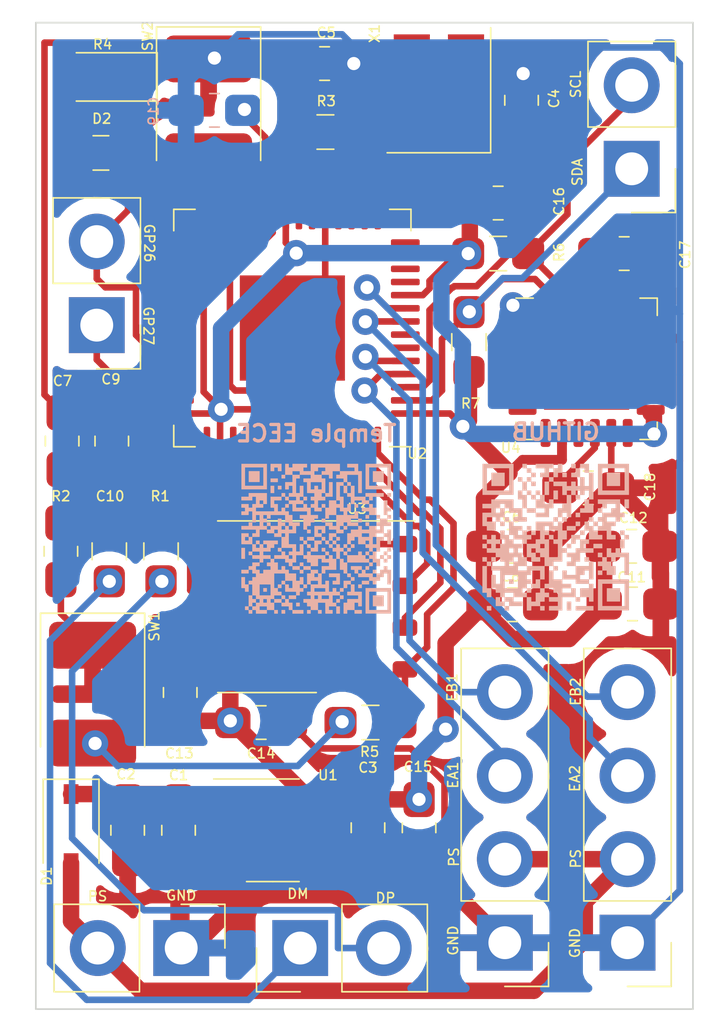
<source format=kicad_pcb>
(kicad_pcb (version 20211014) (generator pcbnew)
  (layers (0 "F.Cu" signal) (31 "B.Cu" signal) (34 "B.Paste" user) (35 "F.Paste" user) (36 "B.SilkS" user "B.Silkscreen") (37 "F.SilkS" user "F.Silkscreen") (38 "B.Mask" user) (39 "F.Mask" user) (44 "Edge.Cuts" user))
  (net 0 "")
  (net 1 "VSYS")
  (net 2 "GND")
  (net 3 "V3.3")
  (net 4 "PS")
  (net 5 "Net-(D2-Pad2)")
  (net 6 "EB1")
  (net 7 "EA1")
  (net 8 "EB2")
  (net 9 "EA2")
  (net 10 "SDA")
  (net 11 "SCL")
  (net 12 "DP")
  (net 13 "DM")
  (net 14 "QSPI_SS")
  (net 15 "Net-(R5-Pad2)")
  (net 16 "Net-(SW2-Pad2)")
  (net 17 "QSPI_SD1")
  (net 18 "QSPI_SD2")
  (net 19 "QSPI_SD0")
  (net 20 "QSPI_SCLK")
  (net 21 "QSPI_SD3")
  (net 34 "Net-(C19-Pad1)")
  (net 35 "Net-(Data1-Pad1)")
  (net 38 "GP27")
  (net 39 "GP26")
  (net 40 "Net-(C4-Pad1)")
  (net 41 "Net-(C5-Pad2)")
  (net 42 "Net-(C17-Pad2)")
  (net 43 "Net-(C18-Pad1)")
  (net 44 "Net-(Data1-Pad2)")
  (net 45 "Net-(R3-Pad1)")
  (footprint "Connector_PinHeader_2.54mm:PinHeader_1x02_P2.54mm_Vertical" (layer "F.Cu") (at 101.854 109.1996 180)
    (fp_text reference "ADC1" hide)
    (fp_text value "Conn_01x02")
  )
  (footprint "LED_SMD:LED_1210_3225Metric_Pad1.42x2.65mm_HandSolder" (layer "F.Cu") (at 101.727 120.4214 -90)
    (fp_text reference "SW1")
    (fp_text value "SW_Push")
  )
  (footprint "Capacitor_SMD:C_0603_1608Metric_Pad1.08x0.95mm_HandSolder" (layer "F.Cu") (at 110.109 124.4843 -90)
    (fp_text reference "C3")
    (fp_text value "104")
  )
  (footprint "Capacitor_SMD:C_0603_1608Metric_Pad1.08x0.95mm_HandSolder" (layer "F.Cu") (at 114.7826 102.362 90)
    (fp_text reference "C4")
    (fp_text value "15p")
  )
  (footprint "Capacitor_SMD:C_0603_1608Metric_Pad1.08x0.95mm_HandSolder" (layer "F.Cu") (at 114.5032 117.7036)
    (fp_text reference "C8")
    (fp_text value "2.2u")
  )
  (footprint "Capacitor_SMD:C_0603_1608Metric_Pad1.08x0.95mm_HandSolder" (layer "F.Cu") (at 104.394 120.3706 90)
    (fp_text reference "C13")
    (fp_text value "2.2u")
  )
  (footprint "Resistor_SMD:R_0603_1608Metric_Pad0.98x0.95mm_HandSolder" (layer "F.Cu") (at 102.235 116.078 90)
    (fp_text reference "R2")
    (fp_text value "27")
  )
  (footprint "Sensor_Motion:InvenSense_QFN-24_4x4mm_P0.5mm" (layer "F.Cu") (at 116.7638 110.5281)
    (fp_text reference "U4")
    (fp_text value "MPU-6050")
  )
  (footprint "Connector_PinHeader_2.54mm:PinHeader_1x02_P2.54mm_Vertical" (layer "F.Cu") (at 108.0466 128.143 90)
    (fp_text reference "Data1" hide)
    (fp_text value "Conn_01x02")
  )
  (footprint "Connector_PinHeader_2.54mm:PinHeader_1x04_P2.54mm_Vertical" (layer "F.Cu") (at 118.0084 127.9806 180)
    (fp_text reference "E2" hide)
    (fp_text value "Conn_01x04")
  )
  (footprint "Package_DFN_QFN:QFN-56-1EP_7x7mm_P0.4mm_EP3.2x3.2mm" (layer "F.Cu") (at 107.8074 109.2877 180)
    (fp_text reference "U2")
    (fp_text value "RP2040")
  )
  (footprint "LED_SMD:LED_1210_3225Metric_Pad1.42x2.65mm_HandSolder" (layer "F.Cu") (at 105.2576 102.5906 -90)
    (fp_text reference "SW2")
    (fp_text value "SW_Push")
  )
  (footprint "Capacitor_SMD:C_0603_1608Metric_Pad1.08x0.95mm_HandSolder" (layer "F.Cu") (at 104.3432 124.5616 -90)
    (fp_text reference "C1")
    (fp_text value "475")
  )
  (footprint "Resistor_SMD:R_0603_1608Metric_Pad0.98x0.95mm_HandSolder" (layer "F.Cu") (at 113.1824 109.7153 -90)
    (fp_text reference "R7")
    (fp_text value "4.7k")
  )
  (footprint "Resistor_SMD:R_0603_1608Metric_Pad0.98x0.95mm_HandSolder" (layer "F.Cu") (at 103.8098 116.078 90)
    (fp_text reference "R1")
    (fp_text value "27")
  )
  (footprint "Resistor_SMD:R_0603_1608Metric_Pad0.98x0.95mm_HandSolder" (layer "F.Cu") (at 108.8136 103.3272 180)
    (fp_text reference "R3")
    (fp_text value "1k")
  )
  (footprint "Package_SON:WSON-8-1EP_6x5mm_P1.27mm_EP3.4x4.3mm" (layer "F.Cu") (at 108.53475 117.7632 180)
    (fp_text reference "U3")
    (fp_text value "W25Q32JVZP")
  )
  (footprint "Capacitor_SMD:C_0603_1608Metric_Pad1.08x0.95mm_HandSolder" (layer "F.Cu") (at 111.6639 124.4854 90)
    (fp_text reference "C15")
    (fp_text value "100n")
  )
  (footprint "Oscillator:Oscillator_SMD_Abracon_ASE-4Pin_3.2x2.5mm" (layer "F.Cu") (at 112.268 102.0572 90)
    (fp_text reference "X1")
    (fp_text value "ASE-xxxMHz")
  )
  (footprint "Package_TO_SOT_SMD:SOT-23-5" (layer "F.Cu") (at 107.2134 124.5616)
    (fp_text reference "U1")
    (fp_text value "LD39015M33R")
  )
  (footprint "Capacitor_SMD:C_0603_1608Metric_Pad1.08x0.95mm_HandSolder" (layer "F.Cu") (at 102.7938 124.5616 -90)
    (fp_text reference "C2")
    (fp_text value "104")
  )
  (footprint "Capacitor_SMD:C_0603_1608Metric_Pad1.08x0.95mm_HandSolder" (layer "F.Cu") (at 118.1354 115.9256)
    (fp_text reference "C12")
    (fp_text value "2.2u")
  )
  (footprint "Resistor_SMD:R_0603_1608Metric_Pad0.98x0.95mm_HandSolder" (layer "F.Cu") (at 114.0714 107.0229 180)
    (fp_text reference "R6")
    (fp_text value "4.7k")
  )
  (footprint "Capacitor_SMD:C_0603_1608Metric_Pad1.08x0.95mm_HandSolder" (layer "F.Cu") (at 114.5032 115.9256)
    (fp_text reference "C6")
    (fp_text value "2.2u")
  )
  (footprint "Connector_PinHeader_2.54mm:PinHeader_1x02_P2.54mm_Vertical" (layer "F.Cu") (at 118.1354 104.4448 180)
    (fp_text reference "I2c1" hide)
    (fp_text value "Conn_01x02")
  )
  (footprint "Capacitor_SMD:C_0603_1608Metric_Pad1.08x0.95mm_HandSolder" (layer "F.Cu") (at 116.8146 114.1476)
    (fp_text reference "C18")
    (fp_text value "100n")
  )
  (footprint "LED_SMD:LED_0603_1608Metric_Pad1.05x0.95mm_HandSolder" (layer "F.Cu") (at 102.0318 101.6508 180)
    (fp_text reference "D2")
    (fp_text value "LED1")
  )
  (footprint "Capacitor_SMD:C_0603_1608Metric_Pad1.08x0.95mm_HandSolder" (layer "F.Cu") (at 108.7882 101.2444 180)
    (fp_text reference "C5")
    (fp_text value "15p")
  )
  (footprint "Capacitor_SMD:C_0603_1608Metric_Pad1.08x0.95mm_HandSolder" (layer "F.Cu") (at 106.8578 121.285)
    (fp_text reference "C14")
    (fp_text value "100n")
  )
  (footprint "Resistor_SMD:R_0603_1608Metric_Pad0.98x0.95mm_HandSolder" (layer "F.Cu") (at 110.1852 121.285 180)
    (fp_text reference "R5")
    (fp_text value "1k")
  )
  (footprint "Capacitor_SMD:C_0603_1608Metric_Pad1.08x0.95mm_HandSolder" (layer "F.Cu") (at 100.7618 116.078 -90)
    (fp_text reference "C10")
    (fp_text value "100n")
  )
  (footprint "Capacitor_SMD:C_0603_1608Metric_Pad1.08x0.95mm_HandSolder" (layer "F.Cu") (at 114.0714 105.4862 180)
    (fp_text reference "C16")
    (fp_text value "100n")
  )
  (footprint "Capacitor_SMD:C_0603_1608Metric_Pad1.08x0.95mm_HandSolder" (layer "F.Cu") (at 118.1608 117.6782)
    (fp_text reference "C11")
    (fp_text value "2.2u")
  )
  (footprint "Connector_PinHeader_2.54mm:PinHeader_1x02_P2.54mm_Vertical" (layer "F.Cu") (at 104.4244 128.143 -90)
    (fp_text reference "PS1" hide)
    (fp_text value "Conn_01x02")
  )
  (footprint "Capacitor_SMD:C_0603_1608Metric_Pad1.08x0.95mm_HandSolder" (layer "F.Cu") (at 100.7999 112.7252 90)
    (fp_text reference "C7")
    (fp_text value "2.2u")
  )
  (footprint "Diode_SMD:D_SOD-323" (layer "F.Cu") (at 101.0721 124.5108 -90)
    (fp_text reference "D1")
    (fp_text value "BAT60A")
  )
  (footprint "Capacitor_SMD:C_0603_1608Metric_Pad1.08x0.95mm_HandSolder" (layer "F.Cu") (at 117.9068 107.0229 180)
    (fp_text reference "C17")
    (fp_text value "2.2n")
  )
  (footprint "Capacitor_SMD:C_0603_1608Metric_Pad1.08x0.95mm_HandSolder" (layer "F.Cu") (at 102.3112 112.7252 90)
    (fp_text reference "C9")
    (fp_text value "100n")
  )
  (footprint "Connector_PinHeader_2.54mm:PinHeader_1x04_P2.54mm_Vertical" (layer "F.Cu") (at 114.2746 127.9806 180)
    (fp_text reference "E1" hide)
    (fp_text value "Conn_01x04")
  )
  (footprint "Resistor_SMD:R_0603_1608Metric" (layer "F.Cu") (at 101.981 103.9622)
    (fp_text reference "R4")
    (fp_text value "1k")
  )
  (footprint "Capacitor_SMD:C_0603_1608Metric_Pad1.08x0.95mm_HandSolder" (layer "B.Cu") (at 105.4354 102.6668 180)
    (fp_text reference "C19")
    (fp_text value "2.2u")
  )
  (footprint "Valve:Frank_github_5_5" (layer "B.Cu") (at 115.824 115.6462 180)
    (fp_text reference "GITHUB")
    (fp_text value "MountingHole" hide)
  )
  (footprint "Valve:Temple_5_5" (layer "B.Cu") (at 108.5342 115.694318 180)
    (fp_text reference "Temple EECE")
    (fp_text value "MountingHole" hide)
  )
  (gr_line (start 100 100) (end 100 130) (layer "Edge.Cuts") (width 0.05))
  (gr_line (start 120 130) (end 120 100) (layer "Edge.Cuts") (width 0.05))
  (gr_line (start 100 100) (end 120 100) (layer "Edge.Cuts") (width 0.05))
  (gr_line (start 120 130) (end 100 130) (layer "Edge.Cuts") (width 0.05))
  (gr_text "EA2" (at 116.4082 122.9868 90) (layer "F.SilkS") (effects (font (size 0.3 0.3) (thickness 0.05))))
  (gr_text "EB1" (at 112.6744 120.2182 90) (layer "F.SilkS") (effects (font (size 0.3 0.3) (thickness 0.05))))
  (gr_text "PS" (at 116.4336 125.4252 90) (layer "F.SilkS") (effects (font (size 0.3 0.3) (thickness 0.05))))
  (gr_text "GP27\n" (at 103.4288 109.22 270) (layer "F.SilkS") (effects (font (size 0.3 0.3) (thickness 0.05))))
  (gr_text "PS" (at 101.8794 126.5682) (layer "F.SilkS") (effects (font (size 0.3 0.3) (thickness 0.05))))
  (gr_text "DP" (at 110.6424 126.619) (layer "F.SilkS") (effects (font (size 0.3 0.3) (thickness 0.05))))
  (gr_text "GND" (at 104.4244 126.5428) (layer "F.SilkS") (effects (font (size 0.3 0.3) (thickness 0.05))))
  (gr_text "GND" (at 116.4082 127.9906 90) (layer "F.SilkS") (effects (font (size 0.3 0.3) (thickness 0.05))))
  (gr_text "GP26" (at 103.4542 106.7054 270) (layer "F.SilkS") (effects (font (size 0.3 0.3) (thickness 0.05))))
  (gr_text "DM" (at 107.9754 126.492) (layer "F.SilkS") (effects (font (size 0.3 0.3) (thickness 0.05))))
  (gr_text "EA1" (at 112.6998 122.8852 90) (layer "F.SilkS") (effects (font (size 0.3 0.3) (thickness 0.05))))
  (gr_text "SDA" (at 116.4844 104.5464 90) (layer "F.SilkS") (effects (font (size 0.3 0.3) (thickness 0.05))))
  (gr_text "SCL\n" (at 116.4336 101.8794 90) (layer "F.SilkS") (effects (font (size 0.3 0.3) (thickness 0.05))))
  (gr_text "EB2" (at 116.4336 120.3452 90) (layer "F.SilkS") (effects (font (size 0.3 0.3) (thickness 0.05))))
  (gr_text "GND" (at 112.6998 127.9144 90) (layer "F.SilkS") (effects (font (size 0.3 0.3) (thickness 0.05))))
  (gr_text "PS" (at 112.7252 125.3744 90) (layer "F.SilkS") (effects (font (size 0.3 0.3) (thickness 0.05))))
  (segment (start 104.1049 123.4608) (end 104.3432 123.6991) (width 0.5) (layer "F.Cu") (net 1))
  (segment (start 107.1884 124.960128) (end 107.1884 124.1116) (width 0.5) (layer "F.Cu") (net 1))
  (segment (start 106.0759 123.6116) (end 104.4307 123.6116) (width 0.5) (layer "F.Cu") (net 1))
  (segment (start 106.0759 125.5116) (end 106.636928 125.5116) (width 0.5) (layer "F.Cu") (net 1))
  (segment (start 107.1884 124.1116) (end 106.6884 123.6116) (width 0.5) (layer "F.Cu") (net 1))
  (segment (start 106.6884 123.6116) (end 106.0759 123.6116) (width 0.5) (layer "F.Cu") (net 1))
  (segment (start 101.0721 123.4608) (end 104.1049 123.4608) (width 0.5) (layer "F.Cu") (net 1))
  (segment (start 104.4307 123.6116) (end 104.3432 123.6991) (width 0.5) (layer "F.Cu") (net 1))
  (segment (start 106.636928 125.5116) (end 107.1884 124.960128) (width 0.5) (layer "F.Cu") (net 1))
  (segment (start 119.599133 109.708103) (end 119.599133 113.325333) (width 0.2) (layer "F.Cu") (net 2))
  (segment (start 113.093 101.0072) (end 114.2903 101.0072) (width 0.2) (layer "F.Cu") (net 2))
  (segment (start 119.599133 113.325333) (end 119.599133 126.389867) (width 0.2) (layer "F.Cu") (net 2))
  (segment (start 102.7938 125.4241) (end 104.3432 125.4241) (width 0.5) (layer "F.Cu") (net 2))
  (segment (start 108.8074 108.2877) (end 107.8074 109.2877) (width 0.2) (layer "F.Cu") (net 2))
  (segment (start 111.443 102.6572) (end 113.093 101.0072) (width 0.2) (layer "F.Cu") (net 2))
  (segment (start 112.4389 126.1449) (end 112.4389 123.10026) (width 0.2) (layer "F.Cu") (net 2))
  (segment (start 100.7618 117.9687) (end 101.727 118.9339) (width 0.2) (layer "F.Cu") (net 2))
  (segment (start 100.7364 111.7865) (end 100.263267 111.313367) (width 0.2) (layer "F.Cu") (net 2))
  (segment (start 103.8198 118.9339) (end 104.394 119.5081) (width 0.2) (layer "F.Cu") (net 2))
  (segment (start 111.6385 125.3733) (end 111.6639 125.3479) (width 0.5) (layer "F.Cu") (net 2))
  (segment (start 117.71055 114.1495) (end 118.774966 114.1495) (width 0.2) (layer "F.Cu") (net 2))
  (segment (start 114.9339 104.6023) (end 114.8462 104.5146) (width 0.2) (layer "F.Cu") (net 2))
  (segment (start 109.6507 101.2433) (end 109.6518 101.2444) (width 0.2) (layer "F.Cu") (net 2))
  (segment (start 114.52055 108.5958) (end 114.49515 108.5704) (width 0.2) (layer "F.Cu") (net 2))
  (segment (start 111.6639 125.3699) (end 114.2746 127.9806) (width 0.5) (layer "F.Cu") (net 2))
  (segment (start 110.1399 125.3733) (end 111.6385 125.3733) (width 0.5) (layer "F.Cu") (net 2))
  (segment (start 115.3657 115.9256) (end 115.683872 115.9256) (width 0.5) (layer "F.Cu") (net 2))
  (segment (start 108.8074 104.915086) (end 109.207886 104.5146) (width 0.2) (layer "F.Cu") (net 2))
  (segment (start 108.5077 122.0724) (end 107.7203 121.285) (width 0.2) (layer "F.Cu") (net 2))
  (segment (start 114.9339 105.4862) (end 114.9339 104.6023) (width 0.2) (layer "F.Cu") (net 2))
  (segment (start 119.16913 109.2781) (end 119.334415 109.443385) (width 0.2) (layer "F.Cu") (net 2))
  (segment (start 108.53475 120.47055) (end 107.7203 121.285) (width 0.2) (layer "F.Cu") (net 2))
  (segment (start 104.4244 128.143) (end 104.7496 128.143) (width 0.5) (layer "F.Cu") (net 2))
  (segment (start 115.5576 102.2745) (end 114.83285 101.54975) (width 0.2) (layer "F.Cu") (net 2))
  (segment (start 100.263267 111.313367) (end 100.263267 100.6094) (width 0.2) (layer "F.Cu") (net 2))
  (segment (start 106.0759 124.5616) (end 105.2057 124.5616) (width 0.5) (layer "F.Cu") (net 2))
  (segment (start 108.53475 117.7632) (end 108.53475 120.47055) (width 0.2) (layer "F.Cu") (net 2))
  (segment (start 109.2454 126.4412) (end 110.1399 125.5467) (width 0.5) (layer "F.Cu") (net 2))
  (segment (start 114.8138 108.88905) (end 114.52055 108.5958) (width 0.2) (layer "F.Cu") (net 2))
  (segment (start 106.4514 126.4412) (end 109.2454 126.4412) (width 0.5) (layer "F.Cu") (net 2))
  (segment (start 117.5138 112.4781) (end 117.5138 113.95275) (width 0.2) (layer "F.Cu") (net 2))
  (segment (start 111.23475 115.8582) (end 110.43975 115.8582) (width 0.2) (layer "F.Cu") (net 2))
  (segment (start 117.6517 114.20835) (end 117.71055 114.1495) (width 0.2) (layer "F.Cu") (net 2))
  (segment (start 104.9671 100.6094) (end 105.4354 101.0777) (width 0.2) (layer "F.Cu") (net 2))
  (segment (start 104.3432 128.0618) (end 104.4244 128.143) (width 0.5) (layer "F.Cu") (net 2))
  (segment (start 104.3432 125.4241) (end 104.3432 128.0618) (width 0.5) (layer "F.Cu") (net 2))
  (segment (start 100.263267 100.6094) (end 104.9671 100.6094) (width 0.2) (layer "F.Cu") (net 2))
  (segment (start 104.7496 128.143) (end 106.4514 126.4412) (width 0.5) (layer "F.Cu") (net 2))
  (segment (start 105.2057 124.5616) (end 104.3432 125.4241) (width 0.5) (layer "F.Cu") (net 2))
  (segment (start 104.394 119.5081) (end 104.7839 119.1182) (width 0.2) (layer "F.Cu") (net 2))
  (segment (start 107.17975 119.1182) (end 108.53475 117.7632) (width 0.2) (layer "F.Cu") (net 2))
  (segment (start 108.8074 105.8502) (end 108.8074 108.2877) (width 0.2) (layer "F.Cu") (net 2))
  (segment (start 118.774966 114.1495) (end 119.599133 113.325333) (width 0.2) (layer "F.Cu") (net 2))
  (segment (start 104.8623 101.6508) (end 105.4354 101.0777) (width 0.2) (layer "F.Cu") (net 2))
  (segment (start 108.8074 105.8502) (end 108.8074 104.915086) (width 0.2) (layer "F.Cu") (net 2))
  (segment (start 111.443 103.1072) (end 111.443 102.6572) (width 0.2) (layer "F.Cu") (net 2))
  (segment (start 110.43975 115.8582) (end 108.53475 117.7632) (width 0.2) (layer "F.Cu") (net 2))
  (segment (start 115.5576 103.8032) (end 115.5576 102.2745) (width 0.2) (layer "F.Cu") (net 2))
  (segment (start 114.8462 104.5146) (end 115.5576 103.8032) (width 0.2) (layer "F.Cu") (net 2))
  (segment (start 119.334415 109.443385) (end 119.599133 109.708103) (width 0.2) (layer "F.Cu") (net 2))
  (segment (start 114.8138 109.2781) (end 114.8138 108.88905) (width 0.2) (layer "F.Cu") (net 2))
  (segment (start 117.461872 114.1476) (end 117.6771 114.1476) (width 0.5) (layer "F.Cu") (net 2))
  (segment (start 109.6518 101.2444) (end 109.6772 101.2444) (width 0.2) (layer "F.Cu") (net 2))
  (segment (start 118.7693 107.0229) (end 118.7693 108.87827) (width 0.2) (layer "F.Cu") (net 2))
  (segment (start 109.207886 104.5146) (end 114.8462 104.5146) (width 0.2) (layer "F.Cu") (net 2))
  (segment (start 109.6772 101.2444) (end 109.6772 101.3414) (width 0.2) (layer "F.Cu") (net 2))
  (segment (start 102.9068 101.6508) (end 104.8623 101.6508) (width 0.2) (layer "F.Cu") (net 2))
  (segment (start 102.3112 111.8627) (end 100.7999 111.8627) (width 0.5) (layer "F.Cu") (net 2))
  (segment (start 119.599133 126.389867) (end 118.0084 127.9806) (width 0.2) (layer "F.Cu") (net 2))
  (segment (start 100.7618 116.9405) (end 100.7618 117.9687) (width 0.2) (layer "F.Cu") (net 2))
  (segment (start 115.683872 115.9256) (end 117.461872 114.1476) (width 0.5) (layer "F.Cu") (net 2))
  (segment (start 111.6639 125.3479) (end 111.6639 125.3699) (width 0.5) (layer "F.Cu") (net 2))
  (segment (start 114.2903 101.0072) (end 114.7826 101.4995) (width 0.2) (layer "F.Cu") (net 2))
  (segment (start 118.7138 109.2781) (end 119.16913 109.2781) (width 0.2) (layer "F.Cu") (net 2))
  (segment (start 117.6771 114.1476) (end 119.0233 115.4938) (width 0.5) (layer "F.Cu") (net 2))
  (segment (start 111.41104 122.0724) (end 108.5077 122.0724) (width 0.2) (layer "F.Cu") (net 2))
  (segment (start 101.727 118.9339) (end 103.8198 118.9339) (width 0.2) (layer "F.Cu") (net 2))
  (segment (start 115.3657 117.7036) (end 115.3657 115.9256) (width 0.5) (layer "F.Cu") (net 2))
  (segment (start 112.4389 123.10026) (end 111.41104 122.0724) (width 0.2) (layer "F.Cu") (net 2))
  (segment (start 119.0233 115.4938) (end 119.0233 117.6782) (width 0.5) (layer "F.Cu") (net 2))
  (segment (start 118.7693 108.87827) (end 119.334415 109.443385) (width 0.2) (layer "F.Cu") (net 2))
  (segment (start 114.7826 101.4995) (end 114.83285 101.54975) (width 0.2) (layer "F.Cu") (net 2))
  (segment (start 104.7839 119.1182) (end 107.17975 119.1182) (width 0.2) (layer "F.Cu") (net 2))
  (segment (start 117.5138 113.95275) (end 117.71055 114.1495) (width 0.2) (layer "F.Cu") (net 2))
  (segment (start 109.6772 101.3414) (end 111.443 103.1072) (width 0.2) (layer "F.Cu") (net 2))
  (via (at 109.6772 101.2444) (size 0.8) (drill 0.4) (layers "F.Cu" "B.Cu") (net 2))
  (via (at 114.83285 101.54975) (size 0.8) (drill 0.4) (layers "F.Cu" "B.Cu") (net 2))
  (via (at 105.4354 101.0777) (size 0.8) (drill 0.4) (layers "F.Cu" "B.Cu") (net 2))
  (via (at 114.52055 108.5958) (size 0.8) (drill 0.4) (layers "F.Cu" "B.Cu") (net 2))
  (segment (start 119.599133 126.389867) (end 118.0084 127.9806) (width 0.2) (layer "B.Cu") (net 2))
  (segment (start 109.3216 100.3554) (end 106.1577 100.3554) (width 0.2) (layer "B.Cu") (net 2))
  (segment (start 104.5729 102.6668) (end 104.5729 101.9402) (width 0.2) (layer "B.Cu") (net 2))
  (segment (start 114.2746 127.9806) (end 118.0084 127.9806) (width 0.5) (layer "B.Cu") (net 2))
  (segment (start 119.1056 100.7548) (end 119.599133 101.248333) (width 0.2) (layer "B.Cu") (net 2))
  (segment (start 106.1577 100.3554) (end 105.4354 101.0777) (width 0.2) (layer "B.Cu") (net 2))
  (segment (start 119.34 108.5958) (end 119.599133 108.854933) (width 0.2) (layer "B.Cu") (net 2))
  (segment (start 104.5729 101.9402) (end 105.4354 101.0777) (width 0.2) (layer "B.Cu") (net 2))
  (segment (start 119.599133 101.248333) (end 119.599133 108.854933) (width 0.2) (layer "B.Cu") (net 2))
  (segment (start 114.52055 108.5958) (end 119.34 108.5958) (width 0.2) (layer "B.Cu") (net 2))
  (segment (start 109.6772 100.711) (end 109.6772 101.2444) (width 0.2) (layer "B.Cu") (net 2))
  (segment (start 115.6278 100.7548) (end 119.1056 100.7548) (width 0.2) (layer "B.Cu") (net 2))
  (segment (start 119.599133 110.709133) (end 119.599133 126.389867) (width 0.2) (layer "B.Cu") (net 2))
  (segment (start 119.599133 108.854933) (end 119.599133 110.709133) (width 0.2) (layer "B.Cu") (net 2))
  (segment (start 114.83285 101.54975) (end 115.6278 100.7548) (width 0.2) (layer "B.Cu") (net 2))
  (segment (start 109.3216 100.3554) (end 109.6772 100.711) (width 0.2) (layer "B.Cu") (net 2))
  (segment (start 108.3611 123.6218) (end 108.3509 123.6116) (width 0.5) (layer "F.Cu") (net 3))
  (segment (start 105.1074 108.492725) (end 104.902375 108.2877) (width 0.2) (layer "F.Cu") (net 3))
  (segment (start 108.3509 123.6116) (end 108.3219 123.6116) (width 0.5) (layer "F.Cu") (net 3))
  (segment (start 113.6407 115.9256) (end 113.6407 114.467936) (width 0.5) (layer "F.Cu") (net 3))
  (segment (start 112.8141 107.0229) (end 113.1589 107.0229) (width 0.2) (layer "F.Cu") (net 3))
  (segment (start 113.6407 117.7036) (end 113.6407 115.9256) (width 0.5) (layer "F.Cu") (net 3))
  (segment (start 114.5032 118.745) (end 116.2315 118.745) (width 0.5) (layer "F.Cu") (net 3))
  (segment (start 112.471553 118.872747) (end 113.6407 117.7036) (width 0.5) (layer "F.Cu") (net 3))
  (segment (start 105.9191 119.75255) (end 105.83475 119.6682) (width 0.5) (layer "F.Cu") (net 3))
  (segment (start 116.0138 112.4781) (end 116.0138 113.297034) (width 0.3) (layer "F.Cu") (net 3))
  (segment (start 105.6386 111.76) (end 105.1074 111.2288) (width 0.2) (layer "F.Cu") (net 3))
  (segment (start 107.6074 106.693) (end 107.9246 107.0102) (width 0.2) (layer "F.Cu") (net 3))
  (segment (start 116.2315 118.745) (end 117.2983 117.6782) (width 0.5) (layer "F.Cu") (net 3))
  (segment (start 105.83365 119.6671) (end 105.83475 119.6682) (width 0.2) (layer "F.Cu") (net 3))
  (segment (start 108.3219 123.6116) (end 105.9953 121.285) (width 0.5) (layer "F.Cu") (net 3))
  (segment (start 113.2089 106.9729) (end 113.1589 107.0229) (width 0.5) (layer "F.Cu") (net 3))
  (segment (start 118.81315 112.5074) (end 118.81315 111.8781) (width 0.5) (layer "F.Cu") (net 3))
  (segment (start 100.7999 113.5877) (end 102.3112 113.5877) (width 0.5) (layer "F.Cu") (net 3))
  (segment (start 113.1589 107.0229) (end 112.86765 107.0229) (width 0.2) (layer "F.Cu") (net 3))
  (segment (start 112.60545 111.8877) (end 112.99655 112.2788) (width 0.2) (layer "F.Cu") (net 3))
  (segment (start 105.5109 111.8877) (end 105.6386 111.76) (width 0.2) (layer "F.Cu") (net 3))
  (segment (start 111.2449 108.2877) (end 111.777375 108.2877) (width 0.2) (layer "F.Cu") (net 3))
  (segment (start 105.9191 121.2331) (end 104.394 121.2331) (width 0.5) (layer "F.Cu") (net 3))
  (segment (start 104.902375 108.2877) (end 104.3699 108.2877) (width 0.2) (layer "F.Cu") (net 3))
  (segment (start 104.3699 111.8877) (end 103.9096 111.8877) (width 0.2) (layer "F.Cu") (net 3))
  (segment (start 105.6386 111.76) (end 106.774675 111.76) (width 0.2) (layer "F.Cu") (net 3))
  (segment (start 117.2983 117.6782) (end 117.2983 115.951) (width 0.5) (layer "F.Cu") (net 3))
  (segment (start 112.471553 121.487847) (end 112.471553 118.872747) (width 0.5) (layer "F.Cu") (net 3))
  (segment (start 111.9824 108.082675) (end 111.9824 107.8546) (width 0.2) (layer "F.Cu") (net 3))
  (segment (start 113.6407 117.8825) (end 114.5032 118.745) (width 0.5) (layer "F.Cu") (net 3))
  (segment (start 116.0138 113.297034) (end 114.811602 113.297034) (width 0.3) (layer "F.Cu") (net 3))
  (segment (start 113.2089 105.4862) (end 113.2089 106.9729) (width 0.5) (layer "F.Cu") (net 3))
  (segment (start 107.6074 105.8502) (end 107.6074 106.693) (width 0.2) (layer "F.Cu") (net 3))
  (segment (start 113.1824 112.09295) (end 112.99655 112.2788) (width 0.5) (layer "F.Cu") (net 3))
  (segment (start 100.7618 113.6258) (end 100.7999 113.5877) (width 0.5) (layer "F.Cu") (net 3))
  (segment (start 113.6407 117.7036) (end 113.6407 117.8825) (width 0.5) (layer "F.Cu") (net 3))
  (segment (start 104.3699 111.8877) (end 105.5109 111.8877) (width 0.2) (layer "F.Cu") (net 3))
  (segment (start 110.109 123.6218) (end 111.6628 123.6218) (width 0.5) (layer "F.Cu") (net 3))
  (segment (start 105.6074 112.7252) (end 105.6074 111.7912) (width 0.2) (layer "F.Cu") (net 3))
  (segment (start 110.109 123.6218) (end 108.3611 123.6218) (width 0.5) (layer "F.Cu") (net 3))
  (segment (start 106.774675 111.76) (end 107.2074 112.192725) (width 0.2) (layer "F.Cu") (net 3))
  (segment (start 105.6074 111.7912) (end 105.6386 111.76) (width 0.2) (layer "F.Cu") (net 3))
  (segment (start 113.6407 114.467936) (end 114.413193 113.695443) (width 0.5) (layer "F.Cu") (net 3))
  (segment (start 114.811602 113.297034) (end 114.413193 113.695443) (width 0.3) (layer "F.Cu") (net 3))
  (segment (start 107.6074 112.7252) (end 107.2074 112.7252) (width 0.2) (layer "F.Cu") (net 3))
  (segment (start 113.1824 110.6278) (end 113.1824 112.09295) (width 0.5) (layer "F.Cu") (net 3))
  (segment (start 105.9191 121.2331) (end 105.9191 119.75255) (width 0.5) (layer "F.Cu") (net 3))
  (segment (start 118.81315 111.8781) (end 118.7138 111.8781) (width 0.5) (layer "F.Cu") (net 3))
  (segment (start 111.9824 107.8546) (end 112.8141 107.0229) (width 0.2) (layer "F.Cu") (net 3))
  (segment (start 111.2449 111.8877) (end 112.60545 111.8877) (width 0.2) (layer "F.Cu") (net 3))
  (segment (start 114.413193 113.695443) (end 112.99655 112.2788) (width 0.5) (layer "F.Cu") (net 3))
  (segment (start 107.2074 112.192725) (end 107.2074 112.7252) (width 0.2) (layer "F.Cu") (net 3))
  (segment (start 100.7618 115.2155) (end 100.7618 113.6258) (width 0.5) (layer "F.Cu") (net 3))
  (segment (start 117.2983 115.951) (end 117.2729 115.9256) (width 0.5) (layer "F.Cu") (net 3))
  (segment (start 103.9096 111.8877) (end 102.2604 113.5369) (width 0.2) (layer "F.Cu") (net 3))
  (segment (start 105.1074 111.2288) (end 105.1074 108.492725) (width 0.2) (layer "F.Cu") (net 3))
  (segment (start 111.777375 108.2877) (end 111.9824 108.082675) (width 0.2) (layer "F.Cu") (net 3))
  (via (at 112.99655 112.2788) (size 0.8) (drill 0.4) (layers "F.Cu" "B.Cu") (net 3))
  (via (at 112.471553 121.487847) (size 0.8) (drill 0.4) (layers "F.Cu" "B.Cu") (net 3))
  (via (at 113.1589 107.0229) (size 0.8) (drill 0.4) (layers "F.Cu" "B.Cu") (net 3))
  (via (at 111.6628 123.6218) (size 0.8) (drill 0.4) (layers "F.Cu" "B.Cu") (net 3))
  (via (at 105.6386 111.76) (size 0.8) (drill 0.4) (layers "F.Cu" "B.Cu") (net 3))
  (via (at 107.9246 107.0102) (size 0.8) (drill 0.4) (layers "F.Cu" "B.Cu") (net 3))
  (via (at 118.81315 112.5074) (size 0.8) (drill 0.4) (layers "F.Cu" "B.Cu") (net 3))
  (via (at 105.9191 121.2331) (size 0.8) (drill 0.4) (layers "F.Cu" "B.Cu") (net 3))
  (segment (start 105.6386 111.76) (end 105.6386 109.2962) (width 0.5) (layer "B.Cu") (net 3))
  (segment (start 112.342975 109.144307) (end 112.342975 107.838825) (width 0.5) (layer "B.Cu") (net 3))
  (segment (start 112.99655 112.2788) (end 113.22515 112.5074) (width 0.5) (layer "B.Cu") (net 3))
  (segment (start 112.99655 112.2788) (end 112.99655 109.797882) (width 0.5) (layer "B.Cu") (net 3))
  (segment (start 113.22515 112.5074) (end 118.81315 112.5074) (width 0.5) (layer "B.Cu") (net 3))
  (segment (start 112.471553 121.487847) (end 111.6628 122.2966) (width 0.5) (layer "B.Cu") (net 3))
  (segment (start 112.99655 109.797882) (end 112.342975 109.144307) (width 0.5) (layer "B.Cu") (net 3))
  (segment (start 111.6628 122.2966) (end 111.6628 123.6218) (width 0.5) (layer "B.Cu") (net 3))
  (segment (start 105.6386 109.2962) (end 107.9246 107.0102) (width 0.5) (layer "B.Cu") (net 3))
  (segment (start 112.342975 107.838825) (end 113.1589 107.0229) (width 0.5) (layer "B.Cu") (net 3))
  (segment (start 107.9246 107.0102) (end 113.1462 107.0102) (width 0.5) (layer "B.Cu") (net 3))
  (segment (start 113.1462 107.0102) (end 113.1589 107.0229) (width 0.5) (layer "B.Cu") (net 3))
  (segment (start 115.159 129.443) (end 116.7084 127.8936) (width 0.5) (layer "F.Cu") (net 4))
  (segment (start 116.7084 126.7406) (end 118.0084 125.4406) (width 0.5) (layer "F.Cu") (net 4))
  (segment (start 101.0721 125.5608) (end 101.0721 127.3307) (width 0.5) (layer "F.Cu") (net 4))
  (segment (start 101.0721 127.3307) (end 101.8844 128.143) (width 0.5) (layer "F.Cu") (net 4))
  (segment (start 101.8844 128.143) (end 103.1844 129.443) (width 0.5) (layer "F.Cu") (net 4))
  (segment (start 114.2746 125.4406) (end 118.0084 125.4406) (width 0.5) (layer "F.Cu") (net 4))
  (segment (start 116.7084 127.8936) (end 116.7084 126.7406) (width 0.5) (layer "F.Cu") (net 4))
  (segment (start 103.1844 129.443) (end 115.159 129.443) (width 0.5) (layer "F.Cu") (net 4))
  (segment (start 101.156 101.6516) (end 101.1568 101.6508) (width 0.2) (layer "F.Cu") (net 5))
  (segment (start 101.156 103.9622) (end 101.156 101.6516) (width 0.2) (layer "F.Cu") (net 5))
  (segment (start 101.1568 103.9614) (end 101.156 103.9622) (width 0.2) (layer "F.Cu") (net 5))
  (segment (start 110.1536 110.2877) (end 111.2449 110.2877) (width 0.2) (layer "F.Cu") (net 6))
  (segment (start 110.0298 110.1639) (end 110.1536 110.2877) (width 0.2) (layer "F.Cu") (net 6))
  (via (at 110.0298 110.1639) (size 0.8) (drill 0.4) (layers "F.Cu" "B.Cu") (net 6))
  (segment (start 111.374225 118.791025) (end 111.374225 111.508325) (width 0.2) (layer "B.Cu") (net 6))
  (segment (start 111.374225 111.508325) (end 110.0298 110.1639) (width 0.2) (layer "B.Cu") (net 6))
  (segment (start 112.9438 120.3606) (end 111.374225 118.791025) (width 0.2) (layer "B.Cu") (net 6))
  (segment (start 114.2746 120.3606) (end 112.9438 120.3606) (width 0.2) (layer "B.Cu") (net 6))
  (segment (start 110.5049 110.6877) (end 111.2449 110.6877) (width 0.2) (layer "F.Cu") (net 7))
  (segment (start 110.0044 111.1882) (end 110.5049 110.6877) (width 0.2) (layer "F.Cu") (net 7))
  (via (at 110.0044 111.1882) (size 0.8) (drill 0.4) (layers "F.Cu" "B.Cu") (net 7))
  (segment (start 114.2746 122.30165) (end 114.2746 122.9006) (width 0.2) (layer "B.Cu") (net 7))
  (segment (start 110.974225 119.001275) (end 114.2746 122.30165) (width 0.2) (layer "B.Cu") (net 7))
  (segment (start 110.974225 112.158025) (end 110.974225 119.001275) (width 0.2) (layer "B.Cu") (net 7))
  (segment (start 110.0044 111.1882) (end 110.974225 112.158025) (width 0.2) (layer "B.Cu") (net 7))
  (segment (start 110.712425 108.6877) (end 110.080425 108.0557) (width 0.2) (layer "F.Cu") (net 8))
  (segment (start 111.2449 108.6877) (end 110.712425 108.6877) (width 0.2) (layer "F.Cu") (net 8))
  (segment (start 110.080425 108.0557) (end 110.0298 108.0557) (width 0.2) (layer "F.Cu") (net 8))
  (via (at 110.080425 108.0557) (size 0.8) (drill 0.4) (layers "F.Cu" "B.Cu") (net 8))
  (segment (start 117.8714 120.4976) (end 118.0084 120.3606) (width 0.2) (layer "B.Cu") (net 8))
  (segment (start 116.7892 120.4976) (end 117.8714 120.4976) (width 0.2) (layer "B.Cu") (net 8))
  (segment (start 112.174225 110.1495) (end 112.174225 115.882625) (width 0.2) (layer "B.Cu") (net 8))
  (segment (start 110.080425 108.0557) (end 112.174225 110.1495) (width 0.2) (layer "B.Cu") (net 8))
  (segment (start 112.174225 115.882625) (end 116.7892 120.4976) (width 0.2) (layer "B.Cu") (net 8))
  (segment (start 110.0392 109.0877) (end 111.2449 109.0877) (width 0.2) (layer "F.Cu") (net 9))
  (segment (start 110.0298 109.0971) (end 110.0392 109.0877) (width 0.2) (layer "F.Cu") (net 9))
  (via (at 110.0298 109.0971) (size 0.8) (drill 0.4) (layers "F.Cu" "B.Cu") (net 9))
  (segment (start 111.774225 110.841525) (end 110.0298 109.0971) (width 0.2) (layer "B.Cu") (net 9))
  (segment (start 116.8584 121.2018) (end 111.774225 116.117625) (width 0.2) (layer "B.Cu") (net 9))
  (segment (start 116.8584 121.7506) (end 116.8584 121.2018) (width 0.2) (layer "B.Cu") (net 9))
  (segment (start 118.0084 122.9006) (end 116.8584 121.7506) (width 0.2) (layer "B.Cu") (net 9))
  (segment (start 111.774225 116.117625) (end 111.774225 110.841525) (width 0.2) (layer "B.Cu") (net 9))
  (segment (start 112.36155 111.1866) (end 112.36155 109.62365) (width 0.2) (layer "F.Cu") (net 10))
  (segment (start 113.192975 108.792225) (end 113.1824 108.8028) (width 0.2) (layer "F.Cu") (net 10))
  (segment (start 115.5138 108.118486) (end 115.193214 107.7979) (width 0.2) (layer "F.Cu") (net 10))
  (segment (start 112.36155 109.62365) (end 113.1824 108.8028) (width 0.2) (layer "F.Cu") (net 10))
  (segment (start 113.202901 108.792225) (end 113.192975 108.792225) (width 0.2) (layer "F.Cu") (net 10))
  (segment (start 115.193214 107.7979) (end 114.197226 107.7979) (width 0.2) (layer "F.Cu") (net 10))
  (segment (start 114.197226 107.7979) (end 113.202901 108.792225) (width 0.2) (layer "F.Cu") (net 10))
  (segment (start 112.06045 111.4877) (end 112.36155 111.1866) (width 0.2) (layer "F.Cu") (net 10))
  (segment (start 111.2449 111.4877) (end 112.06045 111.4877) (width 0.2) (layer "F.Cu") (net 10))
  (segment (start 115.5138 108.5781) (end 115.5138 108.118486) (width 0.2) (layer "F.Cu") (net 10))
  (via (at 113.192975 108.792225) (size 0.8) (drill 0.4) (layers "F.Cu" "B.Cu") (net 10))
  (segment (start 114.2155 107.7697) (end 113.192975 108.792225) (width 0.2) (layer "B.Cu") (net 10))
  (segment (start 113.334175 108.792225) (end 113.192975 108.792225) (width 0.2) (layer "B.Cu") (net 10))
  (segment (start 114.8105 107.7697) (end 114.2155 107.7697) (width 0.2) (layer "B.Cu") (net 10))
  (segment (start 118.1354 104.4448) (end 114.8105 107.7697) (width 0.2) (layer "B.Cu") (net 10))
  (segment (start 118.1354 101.9048) (end 118.1354 102.3112) (width 0.2) (layer "F.Cu") (net 11))
  (segment (start 111.9824 108.7447) (end 111.9824 110.882675) (width 0.2) (layer "F.Cu") (net 11))
  (segment (start 112.6755 108.0516) (end 111.9824 108.7447) (width 0.2) (layer "F.Cu") (net 11))
  (segment (start 116.1796 104.267) (end 116.1796 105.8272) (width 0.2) (layer "F.Cu") (net 11))
  (segment (start 113.41414 108.0153) (end 112.7361 108.0153) (width 0.2) (layer "F.Cu") (net 11))
  (segment (start 114.9839 107.0229) (end 114.40654 107.0229) (width 0.2) (layer "F.Cu") (net 11))
  (segment (start 111.9824 110.882675) (end 111.777375 111.0877) (width 0.2) (layer "F.Cu") (net 11))
  (segment (start 116.1796 105.8272) (end 114.9839 107.0229) (width 0.2) (layer "F.Cu") (net 11))
  (segment (start 112.7361 108.0153) (end 112.6998 108.0516) (width 0.2) (layer "F.Cu") (net 11))
  (segment (start 114.40654 107.0229) (end 113.41414 108.0153) (width 0.2) (layer "F.Cu") (net 11))
  (segment (start 112.6998 108.0516) (end 112.6755 108.0516) (width 0.2) (layer "F.Cu") (net 11))
  (segment (start 118.1354 102.3112) (end 116.1796 104.267) (width 0.2) (layer "F.Cu") (net 11))
  (segment (start 114.9839 107.0229) (end 116.0138 108.0528) (width 0.2) (layer "F.Cu") (net 11))
  (segment (start 111.777375 111.0877) (end 111.2449 111.0877) (width 0.2) (layer "F.Cu") (net 11))
  (segment (start 116.0138 108.0528) (end 116.0138 108.5781) (width 0.2) (layer "F.Cu") (net 11))
  (segment (start 114.9839 107.0229) (end 114.9604 107.0464) (width 0.2) (layer "F.Cu") (net 11))
  (segment (start 104.7805 113.8627) (end 103.8098 114.8334) (width 0.2) (layer "F.Cu") (net 12))
  (segment (start 106.8074 113.433411) (end 106.378111 113.8627) (width 0.2) (layer "F.Cu") (net 12))
  (segment (start 103.8098 114.8334) (end 103.8098 115.1655) (width 0.2) (layer "F.Cu") (net 12))
  (segment (start 106.378111 113.8627) (end 104.7805 113.8627) (width 0.2) (layer "F.Cu") (net 12))
  (segment (start 106.8074 112.7252) (end 106.8074 113.433411) (width 0.2) (layer "F.Cu") (net 12))
  (segment (start 106.4074 112.7252) (end 106.4074 113.267725) (width 0.2) (layer "F.Cu") (net 13))
  (segment (start 106.4074 113.267725) (end 106.212425 113.4627) (width 0.2) (layer "F.Cu") (net 13))
  (segment (start 106.212425 113.4627) (end 103.9378 113.4627) (width 0.2) (layer "F.Cu") (net 13))
  (segment (start 103.9378 113.4627) (end 102.235 115.1655) (width 0.2) (layer "F.Cu") (net 13))
  (segment (start 111.992163 114.5082) (end 112.7124 115.228438) (width 0.2) (layer "F.Cu") (net 14))
  (segment (start 111.90975 118.9932) (end 111.23475 119.6682) (width 0.2) (layer "F.Cu") (net 14))
  (segment (start 111.90975 117.994927) (end 111.90975 118.9932) (width 0.2) (layer "F.Cu") (net 14))
  (segment (start 111.823611 114.5082) (end 111.992163 114.5082) (width 0.2) (layer "F.Cu") (net 14))
  (segment (start 110.4074 113.091989) (end 111.823611 114.5082) (width 0.2) (layer "F.Cu") (net 14))
  (segment (start 111.23475 119.6682) (end 111.23475 121.14795) (width 0.2) (layer "F.Cu") (net 14))
  (segment (start 112.7124 115.228438) (end 112.7124 117.192277) (width 0.2) (layer "F.Cu") (net 14))
  (segment (start 110.4074 113.0815) (end 110.4172 113.0913) (width 0.2) (layer "F.Cu") (net 14))
  (segment (start 112.7124 117.192277) (end 111.90975 117.994927) (width 0.2) (layer "F.Cu") (net 14))
  (segment (start 110.4074 112.7252) (end 110.4074 113.0815) (width 0.2) (layer "F.Cu") (net 14))
  (segment (start 111.23475 121.14795) (end 111.0977 121.285) (width 0.2) (layer "F.Cu") (net 14))
  (segment (start 110.4074 112.7252) (end 110.4074 113.091989) (width 0.2) (layer "F.Cu") (net 14))
  (via (at 109.3216 121.2596) (size 0.8) (drill 0.4) (layers "F.Cu" "B.Cu") (net 15))
  (via (at 101.8032 121.92) (size 0.8) (drill 0.4) (layers "F.Cu" "B.Cu") (net 15))
  (segment (start 102.489 122.6058) (end 101.8032 121.92) (width 0.2) (layer "B.Cu") (net 15))
  (segment (start 109.3216 121.2596) (end 107.9754 122.6058) (width 0.2) (layer "B.Cu") (net 15))
  (segment (start 107.9754 122.6058) (end 102.489 122.6058) (width 0.2) (layer "B.Cu") (net 15))
  (segment (start 105.4354 104.0527) (end 105.4354 104.745725) (width 0.2) (layer "F.Cu") (net 16))
  (segment (start 106.0074 105.317725) (end 106.0074 105.8502) (width 0.2) (layer "F.Cu") (net 16))
  (segment (start 105.4354 104.745725) (end 106.0074 105.317725) (width 0.2) (layer "F.Cu") (net 16))
  (segment (start 111.657925 114.9082) (end 111.826477 114.9082) (width 0.2) (layer "F.Cu") (net 17))
  (segment (start 112.3124 117.026591) (end 111.23475 118.104241) (width 0.2) (layer "F.Cu") (net 17))
  (segment (start 110.0074 112.7252) (end 110.0074 113.257675) (width 0.2) (layer "F.Cu") (net 17))
  (segment (start 111.23475 118.104241) (end 111.23475 118.3982) (width 0.2) (layer "F.Cu") (net 17))
  (segment (start 111.826477 114.9082) (end 112.3124 115.394123) (width 0.2) (layer "F.Cu") (net 17))
  (segment (start 110.0074 113.257675) (end 111.657925 114.9082) (width 0.2) (layer "F.Cu") (net 17))
  (segment (start 112.3124 115.394123) (end 112.3124 117.026591) (width 0.2) (layer "F.Cu") (net 17))
  (segment (start 109.6074 113.423361) (end 111.492239 115.3082) (width 0.2) (layer "F.Cu") (net 18))
  (segment (start 111.660791 115.3082) (end 111.9124 115.559809) (width 0.2) (layer "F.Cu") (net 18))
  (segment (start 111.9124 115.559809) (end 111.9124 116.45055) (width 0.2) (layer "F.Cu") (net 18))
  (segment (start 111.9124 116.45055) (end 111.23475 117.1282) (width 0.2) (layer "F.Cu") (net 18))
  (segment (start 111.492239 115.3082) (end 111.660791 115.3082) (width 0.2) (layer "F.Cu") (net 18))
  (segment (start 109.6074 112.7252) (end 109.6074 113.423361) (width 0.2) (layer "F.Cu") (net 18))
  (segment (start 107.683644 115.1128) (end 106.58015 115.1128) (width 0.2) (layer "F.Cu") (net 19))
  (segment (start 109.2074 112.7252) (end 109.2074 113.589045) (width 0.2) (layer "F.Cu") (net 19))
  (segment (start 109.2074 113.589045) (end 107.683644 115.1128) (width 0.2) (layer "F.Cu") (net 19))
  (segment (start 106.58015 115.1128) (end 105.83475 115.8582) (width 0.2) (layer "F.Cu") (net 19))
  (segment (start 107.517959 114.7128) (end 105.0988 114.7128) (width 0.2) (layer "F.Cu") (net 20))
  (segment (start 108.8074 113.423359) (end 107.517959 114.7128) (width 0.2) (layer "F.Cu") (net 20))
  (segment (start 105.0988 116.39225) (end 105.83475 117.1282) (width 0.2) (layer "F.Cu") (net 20))
  (segment (start 108.8074 112.7252) (end 108.8074 113.423359) (width 0.2) (layer "F.Cu") (net 20))
  (segment (start 105.0988 114.7128) (end 105.0988 116.39225) (width 0.2) (layer "F.Cu") (net 20))
  (segment (start 107.402375 114.2627) (end 108.4074 113.257675) (width 0.2) (layer "F.Cu") (net 21))
  (segment (start 105.83475 118.3982) (end 104.6988 117.26225) (width 0.2) (layer "F.Cu") (net 21))
  (segment (start 108.4074 113.257675) (end 108.4074 112.7252) (width 0.2) (layer "F.Cu") (net 21))
  (segment (start 104.6988 114.5286) (end 104.9647 114.2627) (width 0.2) (layer "F.Cu") (net 21))
  (segment (start 104.6988 117.26225) (end 104.6988 114.5286) (width 0.2) (layer "F.Cu") (net 21))
  (segment (start 104.9647 114.2627) (end 107.402375 114.2627) (width 0.2) (layer "F.Cu") (net 21))
  (segment (start 105.9074 111.0277) (end 106.0674 111.1877) (width 0.2) (layer "F.Cu") (net 34))
  (segment (start 108.0074 112.0785) (end 108.0074 112.7252) (width 0.2) (layer "F.Cu") (net 34))
  (segment (start 106.935475 106.6546) (end 106.3498 106.6546) (width 0.2) (layer "F.Cu") (net 34))
  (segment (start 106.9848 105.095125) (end 107.2074 105.317725) (width 0.2) (layer "F.Cu") (net 34))
  (segment (start 107.1166 111.1877) (end 108.0074 112.0785) (width 0.2) (layer "F.Cu") (net 34))
  (segment (start 106.3498 102.854983) (end 106.9848 103.489983) (width 0.2) (layer "F.Cu") (net 34))
  (segment (start 106.3498 102.6414) (end 106.3498 102.854983) (width 0.2) (layer "F.Cu") (net 34))
  (segment (start 107.2074 105.8502) (end 107.2074 106.382675) (width 0.2) (layer "F.Cu") (net 34))
  (segment (start 107.2074 105.317725) (end 107.2074 105.8502) (width 0.2) (layer "F.Cu") (net 34))
  (segment (start 106.3498 106.6546) (end 105.9074 107.097) (width 0.2) (layer "F.Cu") (net 34))
  (segment (start 107.2074 106.382675) (end 106.935475 106.6546) (width 0.2) (layer "F.Cu") (net 34))
  (segment (start 105.9074 107.097) (end 105.9074 111.0277) (width 0.2) (layer "F.Cu") (net 34))
  (segment (start 106.9848 103.489983) (end 106.9848 105.095125) (width 0.2) (layer "F.Cu") (net 34))
  (segment (start 106.0674 111.1877) (end 107.1166 111.1877) (width 0.2) (layer "F.Cu") (net 34))
  (via (at 106.3498 102.6414) (size 0.8) (drill 0.4) (layers "F.Cu" "B.Cu") (net 34))
  (via (at 102.235 116.9924) (size 0.8) (drill 0.4) (layers "F.Cu" "B.Cu") (net 35))
  (segment (start 100.4316 118.7958) (end 102.235 116.9924) (width 0.2) (layer "B.Cu") (net 35))
  (segment (start 100.4316 128.6002) (end 100.4316 118.7958) (width 0.2) (layer "B.Cu") (net 35))
  (segment (start 101.5492 129.7178) (end 100.4316 128.6002) (width 0.2) (layer "B.Cu") (net 35))
  (segment (start 108.0466 128.143) (end 106.4718 129.7178) (width 0.2) (layer "B.Cu") (net 35))
  (segment (start 106.4718 129.7178) (end 101.5492 129.7178) (width 0.2) (layer "B.Cu") (net 35))
  (segment (start 101.854 110.2496) (end 102.2921 110.6877) (width 0.2) (layer "F.Cu") (net 38))
  (segment (start 102.2921 110.6877) (end 104.3699 110.6877) (width 0.2) (layer "F.Cu") (net 38))
  (segment (start 101.854 109.1996) (end 101.854 110.2496) (width 0.2) (layer "F.Cu") (net 38))
  (segment (start 101.854 107.7874) (end 101.854 106.6596) (width 0.2) (layer "F.Cu") (net 39))
  (segment (start 102.806 105.7076) (end 101.854 106.6596) (width 0.2) (layer "F.Cu") (net 39))
  (segment (start 103.837425 110.2877) (end 103.0478 109.498075) (width 0.2) (layer "F.Cu") (net 39))
  (segment (start 104.3699 110.2877) (end 103.837425 110.2877) (width 0.2) (layer "F.Cu") (net 39))
  (segment (start 103.0478 108.0934) (end 103.004 108.0496) (width 0.2) (layer "F.Cu") (net 39))
  (segment (start 103.0478 109.498075) (end 103.0478 108.0934) (width 0.2) (layer "F.Cu") (net 39))
  (segment (start 102.1162 108.0496) (end 101.854 107.7874) (width 0.2) (layer "F.Cu") (net 39))
  (segment (start 103.004 108.0496) (end 102.1162 108.0496) (width 0.2) (layer "F.Cu") (net 39))
  (segment (start 102.806 103.9622) (end 102.806 105.7076) (width 0.2) (layer "F.Cu") (net 39))
  (segment (start 113.093 103.4928) (end 113.093 103.1072) (width 0.2) (layer "F.Cu") (net 40))
  (segment (start 113.093 103.1072) (end 114.6653 103.1072) (width 0.2) (layer "F.Cu") (net 40))
  (segment (start 113.2103 103.2245) (end 113.093 103.1072) (width 0.2) (layer "F.Cu") (net 40))
  (segment (start 108.4074 104.7494) (end 109.0422 104.1146) (width 0.2) (layer "F.Cu") (net 40))
  (segment (start 109.0422 104.1146) (end 112.4712 104.1146) (width 0.2) (layer "F.Cu") (net 40))
  (segment (start 114.6653 103.1072) (end 114.7826 103.2245) (width 0.2) (layer "F.Cu") (net 40))
  (segment (start 112.4712 104.1146) (end 113.093 103.4928) (width 0.2) (layer "F.Cu") (net 40))
  (segment (start 108.4074 105.8502) (end 108.4074 104.7494) (width 0.2) (layer "F.Cu") (net 40))
  (segment (start 111.443 101.0072) (end 110.7354 101.0072) (width 0.2) (layer "F.Cu") (net 41))
  (segment (start 107.9257 101.2444) (end 107.9257 103.3026) (width 0.2) (layer "F.Cu") (net 41))
  (segment (start 107.9257 103.3026) (end 107.9011 103.3272) (width 0.2) (layer "F.Cu") (net 41))
  (segment (start 117.0443 107.0229) (end 117.5138 107.4924) (width 0.2) (layer "F.Cu") (net 42))
  (segment (start 117.5138 107.4924) (end 117.5138 108.5781) (width 0.2) (layer "F.Cu") (net 42))
  (segment (start 115.98555 113.96168) (end 117.0138 112.93343) (width 0.2) (layer "F.Cu") (net 43))
  (segment (start 117.0138 112.93343) (end 117.0138 112.4781) (width 0.2) (layer "F.Cu") (net 43))
  (segment (start 115.98555 114.1495) (end 115.98555 113.96168) (width 0.2) (layer "F.Cu") (net 43))
  (via (at 103.8352 116.9924) (size 0.8) (drill 0.4) (layers "F.Cu" "B.Cu") (net 44))
  (segment (start 109.1966 126.993) (end 103.2948 126.993) (width 0.2) (layer "B.Cu") (net 44))
  (segment (start 103.2948 126.993) (end 101.1032 124.8014) (width 0.2) (layer "B.Cu") (net 44))
  (segment (start 110.5866 128.143) (end 109.1966 128.143) (width 0.2) (layer "B.Cu") (net 44))
  (segment (start 101.1032 119.7244) (end 103.8352 116.9924) (width 0.2) (layer "B.Cu") (net 44))
  (segment (start 101.1032 124.8014) (end 101.1032 119.7244) (width 0.2) (layer "B.Cu") (net 44))
  (segment (start 109.1966 128.143) (end 109.1966 126.993) (width 0.2) (layer "B.Cu") (net 44))
  (segment (start 108.0074 105.8502) (end 108.0074 104.52615) (width 0.2) (layer "F.Cu") (net 45))
  (segment (start 108.0074 104.52615) (end 109.20635 103.3272) (width 0.2) (layer "F.Cu") (net 45))
  (segment (start 109.20635 103.3272) (end 109.7261 103.3272) (width 0.2) (layer "F.Cu") (net 45))
  (segment (start 110.0544 103.6555) (end 109.7261 103.3272) (width 0.2) (layer "F.Cu") (net 45))
  (segment (start 109.982 103.3272) (end 109.7261 103.3272) (width 0.2) (layer "F.Cu") (net 45))
  (zone (net 2) (net_name "GND") (layers F&B.Cu) (connect_pads (clearance 0.508)) (min_thickness 0.254) (fill yes (thermal_gap 0.508) (thermal_bridge_width 0.508))
    (polygon (pts (xy 120.269 130.4544) (xy 99.695 130.429) (xy 99.771137 99.720369) (xy 120.4214 99.695)))
  )
)
</source>
